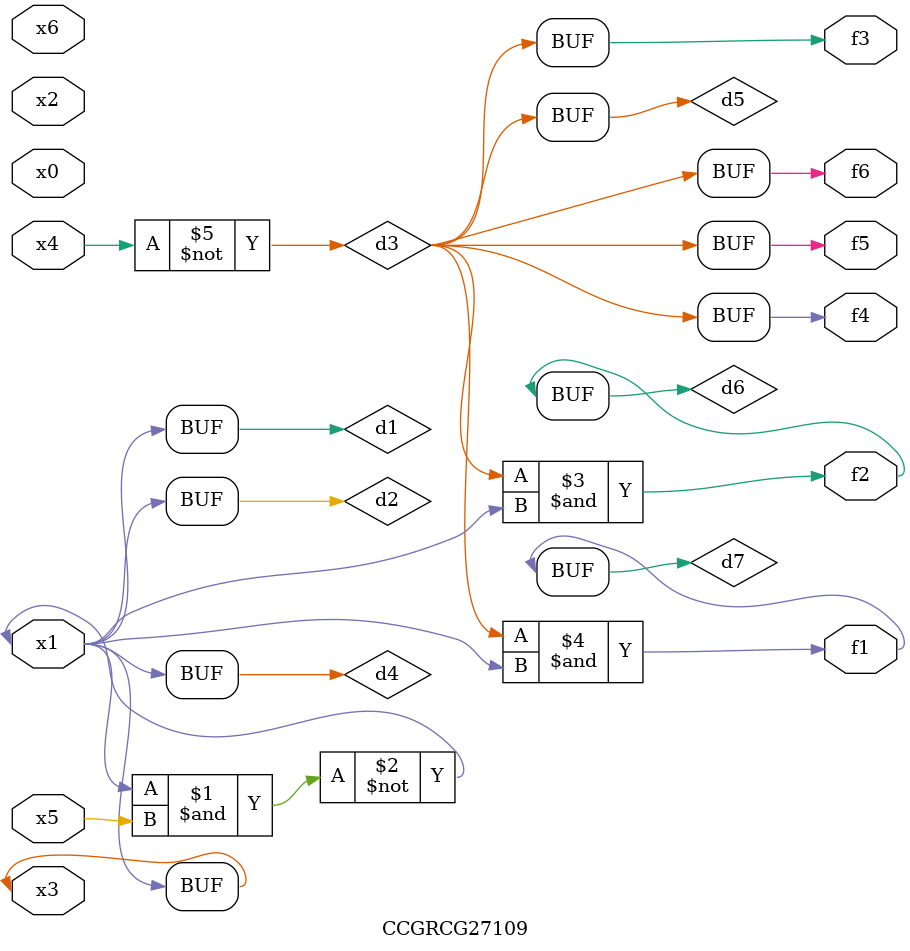
<source format=v>
module CCGRCG27109(
	input x0, x1, x2, x3, x4, x5, x6,
	output f1, f2, f3, f4, f5, f6
);

	wire d1, d2, d3, d4, d5, d6, d7;

	buf (d1, x1, x3);
	nand (d2, x1, x5);
	not (d3, x4);
	buf (d4, d1, d2);
	buf (d5, d3);
	and (d6, d3, d4);
	and (d7, d3, d4);
	assign f1 = d7;
	assign f2 = d6;
	assign f3 = d5;
	assign f4 = d5;
	assign f5 = d5;
	assign f6 = d5;
endmodule

</source>
